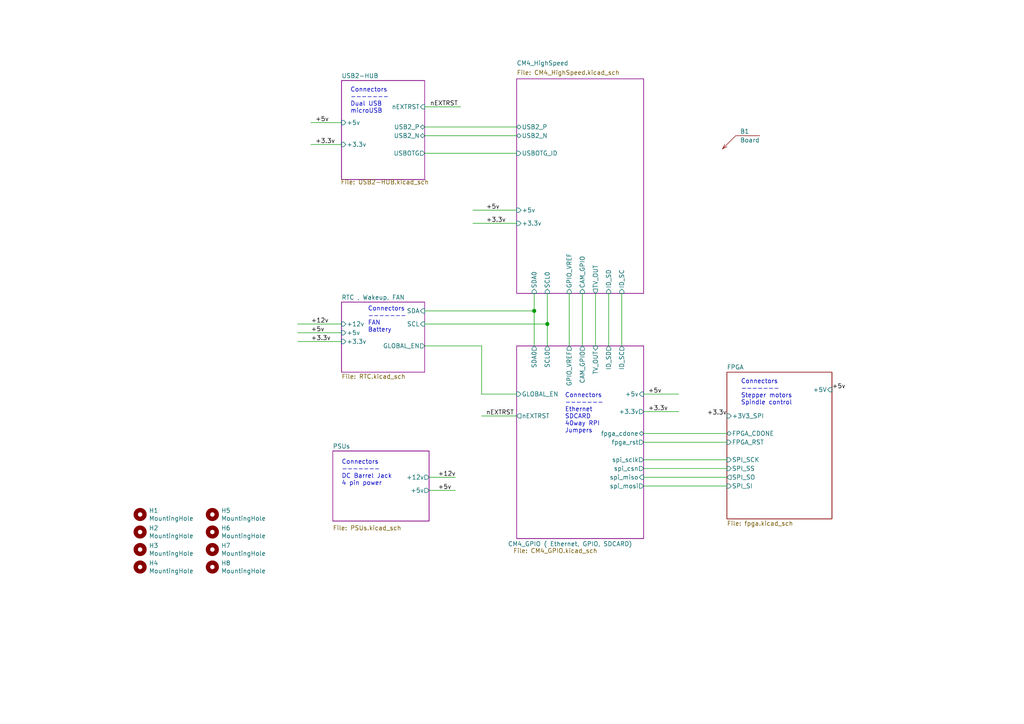
<source format=kicad_sch>
(kicad_sch (version 20231120) (generator "eeschema") (generator_version "8.0")
  (paper "A4")
  (title_block (title "Compute Module 4 IO Board - Top Level") (rev "1") (company "© 2020-2022 Raspberry Pi Ltd (formerly Raspberry Pi (Trading) Ltd.)") (comment 1 "www.raspberrypi.com"))
  (lib_symbols
    (symbol "Mechanical:MountingHole"
      (property "Reference" "H" (at 0 5.08 0))
      (property "Value" "MountingHole" (at 0 3.175 0))
      (symbol "MountingHole_0_1"
        (circle (center 0 0) (radius 1.27) (stroke (width 1.27)))
      )
    )
    (symbol "PCM_kikit:Board" (in_bom no)
      (property "Reference" "B" (at 5.08 5.08 0))
      (property "Value" "Board" (at 5.08 2.54 0))
      (symbol "Board_0_1"
        (polyline (pts (xy 0 0) (xy 3.81 3.81) (xy 10.795 3.81)) (stroke (width 0.1524)))
        (polyline (pts (xy 0.635 1.27) (xy 0 0) (xy 1.27 0.635)) (stroke (width 0.1524)))
      )
    )
  )
  (junction (at 158.75 93.98) (diameter 1.016))
  (junction (at 154.94 90.17) (diameter 1.016))
  (wire (pts (xy 99.06 35.56) (xy 90.17 35.56)))
  (wire (pts (xy 123.19 30.988) (xy 133.604 30.988)))
  (wire (pts (xy 168.91 100.33) (xy 168.91 85.09)))
  (wire (pts (xy 154.94 85.09) (xy 154.94 90.17)))
  (wire (pts (xy 180.34 100.33) (xy 180.34 85.09)))
  (wire (pts (xy 165.1 85.09) (xy 165.1 100.33)))
  (wire (pts (xy 186.69 119.38) (xy 196.85 119.38)))
  (wire (pts (xy 123.19 39.37) (xy 149.86 39.37)))
  (wire (pts (xy 158.75 93.98) (xy 158.75 85.09)))
  (wire (pts (xy 123.19 93.98) (xy 158.75 93.98)))
  (wire (pts (xy 154.94 90.17) (xy 154.94 100.33)))
  (wire (pts (xy 137.16 60.96) (xy 149.86 60.96)))
  (wire (pts (xy 99.06 41.91) (xy 90.17 41.91)))
  (wire (pts (xy 186.69 133.35) (xy 210.82 133.35)))
  (wire (pts (xy 186.69 128.27) (xy 210.82 128.27)))
  (wire (pts (xy 124.46 138.43) (xy 132.08 138.43)))
  (wire (pts (xy 186.69 135.89) (xy 210.82 135.89)))
  (wire (pts (xy 123.19 90.17) (xy 154.94 90.17)))
  (wire (pts (xy 86.36 96.52) (xy 99.06 96.52)))
  (wire (pts (xy 176.53 85.09) (xy 176.53 100.33)))
  (wire (pts (xy 123.19 100.33) (xy 139.7 100.33)))
  (wire (pts (xy 172.72 100.33) (xy 172.72 85.09)))
  (wire (pts (xy 123.19 44.45) (xy 149.86 44.45)))
  (wire (pts (xy 99.06 99.06) (xy 86.36 99.06)))
  (wire (pts (xy 186.69 138.43) (xy 210.82 138.43)))
  (wire (pts (xy 149.86 64.77) (xy 137.16 64.77)))
  (wire (pts (xy 196.85 114.3) (xy 186.69 114.3)))
  (wire (pts (xy 186.69 140.97) (xy 210.82 140.97)))
  (wire (pts (xy 123.19 36.83) (xy 149.86 36.83)))
  (wire (pts (xy 124.46 142.24) (xy 132.08 142.24)))
  (wire (pts (xy 86.36 93.98) (xy 99.06 93.98)))
  (wire (pts (xy 139.7 120.65) (xy 149.86 120.65)))
  (wire (pts (xy 186.69 125.73) (xy 210.82 125.73)))
  (wire (pts (xy 139.7 114.3) (xy 139.7 100.33)))
  (wire (pts (xy 158.75 100.33) (xy 158.75 93.98)))
  (wire (pts (xy 149.86 114.3) (xy 139.7 114.3)))
  (text "Connectors\n-------\nFAN\nBattery" (at 106.68 96.52 0) (effects (font (size 1.27 1.27)) (justify left bottom)))
  (text "Connectors\n-------\nDC Barrel Jack\n4 pin power" (at 99.06 140.97 0) (effects (font (size 1.27 1.27)) (justify left bottom)))
  (text "Connectors\n-------\nStepper motors\nSpindle control" (at 214.884 117.602 0) (effects (font (size 1.27 1.27)) (justify left bottom)))
  (text "Connectors\n-------\nDual USB\nmicroUSB" (at 101.6 33.02 0) (effects (font (size 1.27 1.27)) (justify left bottom)))
  (text "Connectors\n-------\nEthernet\nSDCARD\n40way RPI\nJumpers" (at 163.83 125.73 0) (effects (font (size 1.27 1.27)) (justify left bottom)))
  (label "+5v" (at 127 142.24 0))
  (label "+12v" (at 90.17 93.98 0))
  (label "+5v" (at 187.96 114.3 0))
  (label "+5v" (at 140.97 60.96 0))
  (label "+3.3v" (at 210.82 120.65 180))
  (label "+5v" (at 90.17 96.52 0))
  (label "+3.3v" (at 91.44 41.91 0))
  (label "+5v" (at 241.3 113.03 0))
  (label "+12v" (at 127 138.43 0))
  (label "+3.3v" (at 90.17 99.06 0))
  (label "+3.3v" (at 187.96 119.38 0))
  (label "+5v" (at 91.44 35.56 0))
  (label "nEXTRST" (at 124.714 30.988 0))
  (label "+3.3v" (at 140.97 64.77 0))
  (label "nEXTRST" (at 140.97 120.65 0))
  (symbol (lib_id "Mechanical:MountingHole") (at 40.64 164.465 0) (unit 1)
    (property "Reference" "H4" (at 43.18 163.322 0) (effects (justify left)))
    (property "Value" "MountingHole" (at 43.18 165.608 0) (effects (justify left)))
    (property "Footprint" "MountingHole:MountingHole_2.7mm_M2.5" (effects (hide yes)))
    (property "Field4" "nf" (effects (hide yes)))
    (property "Field5" "nf" (effects (hide yes)))
    (property "Field6" "nf" (effects (hide yes)))
    (property "Field7" "nf" (effects (hide yes)))
    (property "Part Description" "M2.5 mounting hole" (effects (hide yes)))
    (property "Digikey" "NoPart" (effects (hide yes)))
  )
  (symbol (lib_id "Mechanical:MountingHole") (at 40.64 159.385 0) (unit 1)
    (property "Reference" "H3" (at 43.18 158.242 0) (effects (justify left)))
    (property "Value" "MountingHole" (at 43.18 160.528 0) (effects (justify left)))
    (property "Footprint" "MountingHole:MountingHole_2.7mm_M2.5" (effects (hide yes)))
    (property "Field4" "nf" (effects (hide yes)))
    (property "Field5" "nf" (effects (hide yes)))
    (property "Field6" "nf" (effects (hide yes)))
    (property "Field7" "nf" (effects (hide yes)))
    (property "Part Description" "M2.5 mounting hole" (effects (hide yes)))
    (property "Digikey" "NoPart" (effects (hide yes)))
  )
  (symbol (lib_id "Mechanical:MountingHole") (at 40.64 154.305 0) (unit 1)
    (property "Reference" "H2" (at 43.18 153.162 0) (effects (justify left)))
    (property "Value" "MountingHole" (at 43.18 155.448 0) (effects (justify left)))
    (property "Footprint" "MountingHole:MountingHole_2.7mm_M2.5" (effects (hide yes)))
    (property "Field4" "nf" (effects (hide yes)))
    (property "Field5" "nf" (effects (hide yes)))
    (property "Field6" "nf" (effects (hide yes)))
    (property "Field7" "nf" (effects (hide yes)))
    (property "Part Description" "M2.5 mounting hole" (effects (hide yes)))
    (property "Digikey" "NoPart" (effects (hide yes)))
  )
  (symbol (lib_id "Mechanical:MountingHole") (at 40.64 149.225 0) (unit 1)
    (property "Reference" "H1" (at 43.18 148.082 0) (effects (justify left)))
    (property "Value" "MountingHole" (at 43.18 150.368 0) (effects (justify left)))
    (property "Footprint" "MountingHole:MountingHole_2.7mm_M2.5" (effects (hide yes)))
    (property "Field4" "nf" (effects (hide yes)))
    (property "Field5" "nf" (effects (hide yes)))
    (property "Field6" "nf" (effects (hide yes)))
    (property "Field7" "nf" (effects (hide yes)))
    (property "Part Description" "M2.5 mounting hole" (effects (hide yes)))
    (property "Digikey" "NoPart" (effects (hide yes)))
  )
  (symbol (lib_id "Mechanical:MountingHole") (at 61.595 149.225 0) (unit 1)
    (property "Reference" "H5" (at 64.135 148.082 0) (effects (justify left)))
    (property "Value" "MountingHole" (at 64.135 150.368 0) (effects (justify left)))
    (property "Footprint" "MountingHole:MountingHole_2.7mm_M2.5" (effects (hide yes)))
    (property "Field4" "nf" (effects (hide yes)))
    (property "Field5" "nf" (effects (hide yes)))
    (property "Field6" "nf" (effects (hide yes)))
    (property "Field7" "nf" (effects (hide yes)))
    (property "Part Description" "M2.5 mounting hole" (effects (hide yes)))
    (property "Digikey" "NoPart" (effects (hide yes)))
  )
  (symbol (lib_id "Mechanical:MountingHole") (at 61.595 164.465 0) (unit 1)
    (property "Reference" "H8" (at 64.135 163.322 0) (effects (justify left)))
    (property "Value" "MountingHole" (at 64.135 165.608 0) (effects (justify left)))
    (property "Footprint" "MountingHole:MountingHole_2.7mm_M2.5" (effects (hide yes)))
    (property "Field4" "nf" (effects (hide yes)))
    (property "Field5" "nf" (effects (hide yes)))
    (property "Field6" "nf" (effects (hide yes)))
    (property "Field7" "nf" (effects (hide yes)))
    (property "Part Description" "M2.5 mounting hole" (effects (hide yes)))
    (property "Digikey" "NoPart" (effects (hide yes)))
  )
  (symbol (lib_id "Mechanical:MountingHole") (at 61.595 159.385 0) (unit 1)
    (property "Reference" "H7" (at 64.135 158.242 0) (effects (justify left)))
    (property "Value" "MountingHole" (at 64.135 160.528 0) (effects (justify left)))
    (property "Footprint" "MountingHole:MountingHole_2.7mm_M2.5" (effects (hide yes)))
    (property "Field4" "nf" (effects (hide yes)))
    (property "Field5" "nf" (effects (hide yes)))
    (property "Field6" "nf" (effects (hide yes)))
    (property "Field7" "nf" (effects (hide yes)))
    (property "Part Description" "M2.5 mounting hole" (effects (hide yes)))
    (property "Digikey" "NoPart" (effects (hide yes)))
  )
  (symbol (lib_id "Mechanical:MountingHole") (at 61.595 154.305 0) (unit 1)
    (property "Reference" "H6" (at 64.135 153.162 0) (effects (justify left)))
    (property "Value" "MountingHole" (at 64.135 155.448 0) (effects (justify left)))
    (property "Footprint" "MountingHole:MountingHole_2.7mm_M2.5" (effects (hide yes)))
    (property "Field4" "nf" (effects (hide yes)))
    (property "Field5" "nf" (effects (hide yes)))
    (property "Field6" "nf" (effects (hide yes)))
    (property "Field7" "nf" (effects (hide yes)))
    (property "Part Description" "M2.5 mounting hole" (effects (hide yes)))
    (property "Digikey" "NoPart" (effects (hide yes)))
  )
  (symbol (lib_id "PCM_kikit:Board") (at 209.55 43.18 0) (unit 1) (in_bom no)
    (property "Reference" "B1" (at 214.63 38.1 0) (effects (justify left)))
    (property "Value" "Board" (at 214.63 40.64 0) (effects (justify left)))
    (property "Footprint" "PCM_kikit:Board" (effects (hide yes)))
    (property "Description" "KiKit Board annotations" (effects (hide yes)))
    (property "Digikey" "NoPart" (effects (hide yes)))
  )
  (sheet (at 149.86 100.33) (size 36.83 55.88) (stroke (width 0.1524) (color 132 0 132 1)) (fill (color 255 255 255 0.0000))
    (property "Sheetname" "CM4_GPIO ( Ethernet, GPIO, SDCARD)" (at 147.32 158.496 0) (effects (justify left bottom)))
    (property "Sheetfile" "CM4_GPIO.kicad_sch" (at 148.844 159.004 0) (effects (justify left top)))
    (pin "ID_SC" output (at 180.34 100.33 90))
    (pin "ID_SD" output (at 176.53 100.33 90))
    (pin "CAM_GPIO" output (at 168.91 100.33 90))
    (pin "SCL0" output (at 158.75 100.33 90))
    (pin "SDA0" output (at 154.94 100.33 90))
    (pin "+5v" input (at 186.69 114.3 0))
    (pin "+3.3v" output (at 186.69 119.38 0))
    (pin "nEXTRST" output (at 149.86 120.65 180))
    (pin "GLOBAL_EN" input (at 149.86 114.3 180))
    (pin "GPIO_VREF" output (at 165.1 100.33 90))
    (pin "TV_OUT" input (at 172.72 100.33 90))
    (pin "spi_csn" output (at 186.69 135.89 0))
    (pin "spi_sclk" output (at 186.69 133.35 0))
    (pin "spi_miso" input (at 186.69 138.43 0))
    (pin "spi_mosi" output (at 186.69 140.97 0))
    (pin "fpga_rst" output (at 186.69 128.27 0))
    (pin "fpga_cdone" bidirectional (at 186.69 125.73 0))
  )
  (sheet (at 149.86 22.86) (size 36.83 62.23) (stroke (width 0.1524) (color 132 0 132 1)) (fill (color 255 255 255 0.0000))
    (property "Sheetname" "CM4_HighSpeed" (at 149.86 19.05 0) (effects (justify left bottom)))
    (property "Sheetfile" "CM4_HighSpeed.kicad_sch" (at 149.86 20.32 0) (effects (justify left top)))
    (pin "USB2_N" bidirectional (at 149.86 39.37 180))
    (pin "USB2_P" bidirectional (at 149.86 36.83 180))
    (pin "ID_SC" input (at 180.34 85.09 270))
    (pin "ID_SD" input (at 176.53 85.09 270))
    (pin "CAM_GPIO" input (at 168.91 85.09 270))
    (pin "SCL0" input (at 158.75 85.09 270))
    (pin "SDA0" input (at 154.94 85.09 270))
    (pin "+5v" input (at 149.86 60.96 180))
    (pin "+3.3v" input (at 149.86 64.77 180))
    (pin "USBOTG_ID" input (at 149.86 44.45 180))
    (pin "GPIO_VREF" input (at 165.1 85.09 270))
    (pin "TV_OUT" output (at 172.72 85.09 270))
  )
  (sheet (at 96.52 130.81) (size 27.94 20.32) (stroke (width 0.1524) (color 132 0 132 1)) (fill (color 255 255 255 0.0000))
    (property "Sheetname" "PSUs" (at 96.52 130.1745 0) (effects (justify left bottom)))
    (property "Sheetfile" "PSUs.kicad_sch" (at 96.52 152.4 0) (effects (justify left top)))
    (pin "+5v" output (at 124.46 142.24 0))
    (pin "+12v" output (at 124.46 138.43 0))
  )
  (sheet (at 99.06 23.368) (size 24.13 28.702) (stroke (width 0.1524) (color 132 0 132 1)) (fill (color 255 255 255 0.0000))
    (property "Sheetname" "USB2-HUB" (at 99.06 22.7325 0) (effects (justify left bottom)))
    (property "Sheetfile" "USB2-HUB.kicad_sch" (at 98.806 52.07 0) (effects (justify left top)))
    (pin "USB2_N" bidirectional (at 123.19 39.37 0))
    (pin "USB2_P" bidirectional (at 123.19 36.83 0))
    (pin "+5v" input (at 99.06 35.56 180))
    (pin "+3.3v" input (at 99.06 41.91 180))
    (pin "nEXTRST" input (at 123.19 30.988 0))
    (pin "USBOTG" output (at 123.19 44.45 0))
  )
  (sheet (at 99.06 87.63) (size 24.13 20.32) (stroke (width 0.1524) (color 132 0 132 1)) (fill (color 255 255 255 0.0000))
    (property "Sheetname" "RTC , Wakeup, FAN" (at 99.06 86.9945 0) (effects (justify left bottom)))
    (property "Sheetfile" "RTC.kicad_sch" (at 99.06 108.4585 0) (effects (justify left top)))
    (pin "SCL" input (at 123.19 93.98 0))
    (pin "SDA" input (at 123.19 90.17 0))
    (pin "+5v" input (at 99.06 96.52 180))
    (pin "+3.3v" input (at 99.06 99.06 180))
    (pin "GLOBAL_EN" output (at 123.19 100.33 0))
    (pin "+12v" input (at 99.06 93.98 180))
  )
  (sheet (at 210.82 107.95) (size 30.48 42.545) (stroke (width 0.1524))
    (property "Sheetname" "FPGA" (at 210.82 107.2384 0) (effects (justify left bottom)))
    (property "Sheetfile" "fpga.kicad_sch" (at 210.82 151.0796 0) (effects (justify left top)))
    (pin "+5V" input (at 241.3 113.03 0))
    (pin "FPGA_RST" input (at 210.82 128.27 180))
    (pin "SPI_SS" input (at 210.82 135.89 180))
    (pin "SPI_SCK" input (at 210.82 133.35 180))
    (pin "SPI_SO" output (at 210.82 138.43 180))
    (pin "SPI_SI" input (at 210.82 140.97 180))
    (pin "FPGA_CDONE" bidirectional (at 210.82 125.73 180))
    (pin "+3V3_SPI" input (at 210.82 120.65 180))
  )
)
</source>
